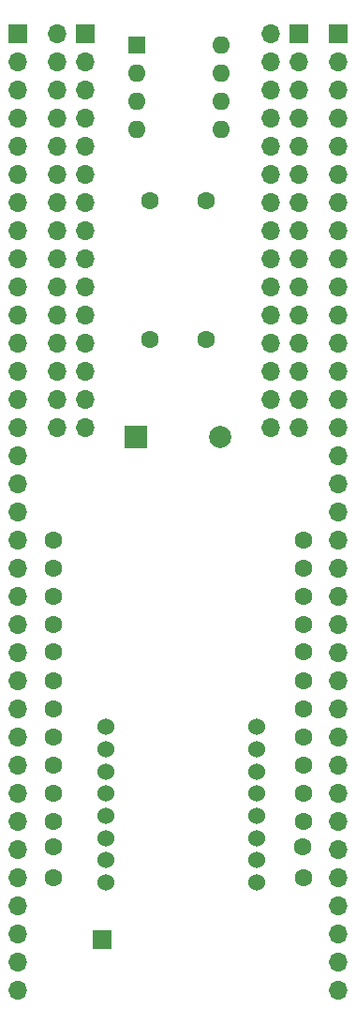
<source format=gbs>
%TF.GenerationSoftware,KiCad,Pcbnew,(6.0.5)*%
%TF.CreationDate,2022-06-27T00:12:11-04:00*%
%TF.ProjectId,sensor_node,73656e73-6f72-45f6-9e6f-64652e6b6963,rev?*%
%TF.SameCoordinates,Original*%
%TF.FileFunction,Soldermask,Bot*%
%TF.FilePolarity,Negative*%
%FSLAX46Y46*%
G04 Gerber Fmt 4.6, Leading zero omitted, Abs format (unit mm)*
G04 Created by KiCad (PCBNEW (6.0.5)) date 2022-06-27 00:12:11*
%MOMM*%
%LPD*%
G01*
G04 APERTURE LIST*
%ADD10C,1.600000*%
%ADD11R,1.600000X1.600000*%
%ADD12O,1.600000X1.600000*%
%ADD13C,1.524000*%
%ADD14R,1.700000X1.700000*%
%ADD15O,1.700000X1.700000*%
%ADD16R,2.000000X2.000000*%
%ADD17C,2.000000*%
G04 APERTURE END LIST*
D10*
%TO.C,SW2*%
X142460000Y-88600000D03*
X147540000Y-88600000D03*
X142460000Y-76000000D03*
X147540000Y-76000000D03*
%TD*%
D11*
%TO.C,SW3*%
X141266500Y-61986000D03*
D12*
X141266500Y-64526000D03*
X141266500Y-67066000D03*
X141266500Y-69606000D03*
X148886500Y-69606000D03*
X148886500Y-67066000D03*
X148886500Y-64526000D03*
X148886500Y-61986000D03*
%TD*%
D13*
%TO.C,U6*%
X138538000Y-123572000D03*
X138538000Y-125572000D03*
X138538000Y-127572000D03*
X138538000Y-129572000D03*
X138538000Y-131572000D03*
X138538000Y-133572000D03*
X138538000Y-135572000D03*
X138538000Y-137572000D03*
X152138000Y-123572000D03*
X152138000Y-125572000D03*
X152138000Y-127572000D03*
X152138000Y-129572000D03*
X152138000Y-131572000D03*
X152138000Y-133572000D03*
X152138000Y-135572000D03*
X152138000Y-137572000D03*
%TD*%
D14*
%TO.C,U3*%
X136652000Y-60960000D03*
D15*
X134112000Y-60960000D03*
X136652000Y-63500000D03*
X134112000Y-63500000D03*
X136652000Y-66040000D03*
X134112000Y-66040000D03*
X136652000Y-68580000D03*
X134112000Y-68580000D03*
X136652000Y-71120000D03*
X134112000Y-71120000D03*
X136652000Y-73660000D03*
X134112000Y-73660000D03*
X136652000Y-76200000D03*
X134112000Y-76200000D03*
X136652000Y-78740000D03*
X134112000Y-78740000D03*
X136652000Y-81280000D03*
X134112000Y-81280000D03*
X136652000Y-83820000D03*
X134112000Y-83820000D03*
X136652000Y-86360000D03*
X134112000Y-86360000D03*
X136652000Y-88900000D03*
X134112000Y-88900000D03*
X136652000Y-91440000D03*
X134112000Y-91440000D03*
X136652000Y-93980000D03*
X134112000Y-93980000D03*
X136652000Y-96520000D03*
X134112000Y-96520000D03*
%TD*%
D14*
%TO.C,U1*%
X130556000Y-60960000D03*
D15*
X130556000Y-63500000D03*
X130556000Y-66040000D03*
X130556000Y-68580000D03*
X130556000Y-71120000D03*
X130556000Y-73660000D03*
X130556000Y-76200000D03*
X130556000Y-78740000D03*
X130556000Y-81280000D03*
X130556000Y-83820000D03*
X130556000Y-86360000D03*
X130556000Y-88900000D03*
X130556000Y-91440000D03*
X130556000Y-93980000D03*
X130556000Y-96520000D03*
X130556000Y-99060000D03*
X130556000Y-101600000D03*
X130556000Y-104140000D03*
X130556000Y-106680000D03*
X130556000Y-109220000D03*
X130556000Y-111760000D03*
X130556000Y-114300000D03*
X130556000Y-116840000D03*
X130556000Y-119380000D03*
X130556000Y-121920000D03*
X130556000Y-124460000D03*
X130556000Y-127000000D03*
X130556000Y-129540000D03*
X130556000Y-132080000D03*
X130556000Y-134620000D03*
X130556000Y-137160000D03*
X130556000Y-139700000D03*
X130556000Y-142240000D03*
X130556000Y-144780000D03*
X130556000Y-147320000D03*
%TD*%
D10*
%TO.C,U2*%
X133784000Y-106680000D03*
X133784000Y-109220000D03*
X133784000Y-111760000D03*
X133784000Y-114300000D03*
X133781759Y-116784827D03*
X133784000Y-119380000D03*
X133784000Y-121920000D03*
X133784000Y-124460000D03*
X133784000Y-127000000D03*
X133784000Y-129540000D03*
X133784000Y-132080000D03*
X133724345Y-134353448D03*
X133784000Y-137160000D03*
X156384000Y-106680000D03*
X156384000Y-109220000D03*
X156384000Y-111760000D03*
X156384000Y-114300000D03*
X156381759Y-116784827D03*
X156384000Y-119380000D03*
X156384000Y-121920000D03*
X156384000Y-124460000D03*
X156384000Y-127000000D03*
X156384000Y-129540000D03*
X156384000Y-132080000D03*
X156324345Y-134353448D03*
X156384000Y-137160000D03*
%TD*%
D14*
%TO.C,J1*%
X138176000Y-142748000D03*
%TD*%
%TO.C,U4*%
X155956000Y-60960000D03*
D15*
X153416000Y-60960000D03*
X155956000Y-63500000D03*
X153416000Y-63500000D03*
X155956000Y-66040000D03*
X153416000Y-66040000D03*
X155956000Y-68580000D03*
X153416000Y-68580000D03*
X155956000Y-71120000D03*
X153416000Y-71120000D03*
X155956000Y-73660000D03*
X153416000Y-73660000D03*
X155956000Y-76200000D03*
X153416000Y-76200000D03*
X155956000Y-78740000D03*
X153416000Y-78740000D03*
X155956000Y-81280000D03*
X153416000Y-81280000D03*
X155956000Y-83820000D03*
X153416000Y-83820000D03*
X155956000Y-86360000D03*
X153416000Y-86360000D03*
X155956000Y-88900000D03*
X153416000Y-88900000D03*
X155956000Y-91440000D03*
X153416000Y-91440000D03*
X155956000Y-93980000D03*
X153416000Y-93980000D03*
X155956000Y-96520000D03*
X153416000Y-96520000D03*
%TD*%
D16*
%TO.C,BZ1*%
X141234000Y-97400000D03*
D17*
X148834000Y-97400000D03*
%TD*%
D14*
%TO.C,U5*%
X159512000Y-60960000D03*
D15*
X159512000Y-63500000D03*
X159512000Y-66040000D03*
X159512000Y-68580000D03*
X159512000Y-71120000D03*
X159512000Y-73660000D03*
X159512000Y-76200000D03*
X159512000Y-78740000D03*
X159512000Y-81280000D03*
X159512000Y-83820000D03*
X159512000Y-86360000D03*
X159512000Y-88900000D03*
X159512000Y-91440000D03*
X159512000Y-93980000D03*
X159512000Y-96520000D03*
X159512000Y-99060000D03*
X159512000Y-101600000D03*
X159512000Y-104140000D03*
X159512000Y-106680000D03*
X159512000Y-109220000D03*
X159512000Y-111760000D03*
X159512000Y-114300000D03*
X159512000Y-116840000D03*
X159512000Y-119380000D03*
X159512000Y-121920000D03*
X159512000Y-124460000D03*
X159512000Y-127000000D03*
X159512000Y-129540000D03*
X159512000Y-132080000D03*
X159512000Y-134620000D03*
X159512000Y-137160000D03*
X159512000Y-139700000D03*
X159512000Y-142240000D03*
X159512000Y-144780000D03*
X159512000Y-147320000D03*
%TD*%
M02*

</source>
